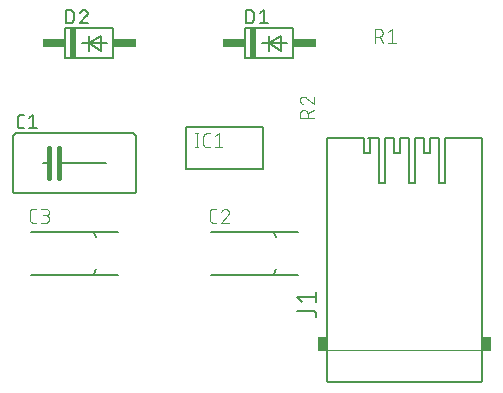
<source format=gbr>
G04 EAGLE Gerber RS-274X export*
G75*
%MOMM*%
%FSLAX34Y34*%
%LPD*%
%INSilkscreen Top*%
%IPPOS*%
%AMOC8*
5,1,8,0,0,1.08239X$1,22.5*%
G01*
%ADD10C,0.152400*%
%ADD11C,0.406400*%
%ADD12C,0.127000*%
%ADD13C,0.203200*%
%ADD14C,0.101600*%
%ADD15R,0.508000X2.540000*%
%ADD16R,1.905000X0.762000*%
%ADD17C,0.050800*%
%ADD18R,0.889000X1.143000*%
%ADD19R,0.762000X1.143000*%


D10*
X138430Y152400D02*
X39370Y152400D01*
X36830Y149860D02*
X36830Y104140D01*
X39370Y101600D02*
X138430Y101600D01*
X140970Y104140D02*
X140970Y149860D01*
X140968Y149960D01*
X140962Y150059D01*
X140952Y150159D01*
X140939Y150257D01*
X140921Y150356D01*
X140900Y150453D01*
X140875Y150549D01*
X140846Y150645D01*
X140813Y150739D01*
X140777Y150832D01*
X140737Y150923D01*
X140693Y151013D01*
X140646Y151101D01*
X140596Y151187D01*
X140542Y151271D01*
X140485Y151353D01*
X140425Y151432D01*
X140361Y151510D01*
X140295Y151584D01*
X140226Y151656D01*
X140154Y151725D01*
X140080Y151791D01*
X140002Y151855D01*
X139923Y151915D01*
X139841Y151972D01*
X139757Y152026D01*
X139671Y152076D01*
X139583Y152123D01*
X139493Y152167D01*
X139402Y152207D01*
X139309Y152243D01*
X139215Y152276D01*
X139119Y152305D01*
X139023Y152330D01*
X138926Y152351D01*
X138827Y152369D01*
X138729Y152382D01*
X138629Y152392D01*
X138530Y152398D01*
X138430Y152400D01*
X140970Y104140D02*
X140968Y104040D01*
X140962Y103941D01*
X140952Y103841D01*
X140939Y103743D01*
X140921Y103644D01*
X140900Y103547D01*
X140875Y103451D01*
X140846Y103355D01*
X140813Y103261D01*
X140777Y103168D01*
X140737Y103077D01*
X140693Y102987D01*
X140646Y102899D01*
X140596Y102813D01*
X140542Y102729D01*
X140485Y102647D01*
X140425Y102568D01*
X140361Y102490D01*
X140295Y102416D01*
X140226Y102344D01*
X140154Y102275D01*
X140080Y102209D01*
X140002Y102145D01*
X139923Y102085D01*
X139841Y102028D01*
X139757Y101974D01*
X139671Y101924D01*
X139583Y101877D01*
X139493Y101833D01*
X139402Y101793D01*
X139309Y101757D01*
X139215Y101724D01*
X139119Y101695D01*
X139023Y101670D01*
X138926Y101649D01*
X138827Y101631D01*
X138729Y101618D01*
X138629Y101608D01*
X138530Y101602D01*
X138430Y101600D01*
X39370Y101600D02*
X39270Y101602D01*
X39171Y101608D01*
X39071Y101618D01*
X38973Y101631D01*
X38874Y101649D01*
X38777Y101670D01*
X38681Y101695D01*
X38585Y101724D01*
X38491Y101757D01*
X38398Y101793D01*
X38307Y101833D01*
X38217Y101877D01*
X38129Y101924D01*
X38043Y101974D01*
X37959Y102028D01*
X37877Y102085D01*
X37798Y102145D01*
X37720Y102209D01*
X37646Y102275D01*
X37574Y102344D01*
X37505Y102416D01*
X37439Y102490D01*
X37375Y102568D01*
X37315Y102647D01*
X37258Y102729D01*
X37204Y102813D01*
X37154Y102899D01*
X37107Y102987D01*
X37063Y103077D01*
X37023Y103168D01*
X36987Y103261D01*
X36954Y103355D01*
X36925Y103451D01*
X36900Y103547D01*
X36879Y103644D01*
X36861Y103743D01*
X36848Y103841D01*
X36838Y103941D01*
X36832Y104040D01*
X36830Y104140D01*
X36830Y149860D02*
X36832Y149960D01*
X36838Y150059D01*
X36848Y150159D01*
X36861Y150257D01*
X36879Y150356D01*
X36900Y150453D01*
X36925Y150549D01*
X36954Y150645D01*
X36987Y150739D01*
X37023Y150832D01*
X37063Y150923D01*
X37107Y151013D01*
X37154Y151101D01*
X37204Y151187D01*
X37258Y151271D01*
X37315Y151353D01*
X37375Y151432D01*
X37439Y151510D01*
X37505Y151584D01*
X37574Y151656D01*
X37646Y151725D01*
X37720Y151791D01*
X37798Y151855D01*
X37877Y151915D01*
X37959Y151972D01*
X38043Y152026D01*
X38129Y152076D01*
X38217Y152123D01*
X38307Y152167D01*
X38398Y152207D01*
X38491Y152243D01*
X38585Y152276D01*
X38681Y152305D01*
X38777Y152330D01*
X38874Y152351D01*
X38973Y152369D01*
X39071Y152382D01*
X39171Y152392D01*
X39270Y152398D01*
X39370Y152400D01*
X76200Y127000D02*
X115570Y127000D01*
X67310Y127000D02*
X62230Y127000D01*
D11*
X67310Y127000D02*
X67310Y139700D01*
X67310Y127000D02*
X67310Y114300D01*
X76200Y127000D02*
X76200Y139700D01*
X76200Y127000D02*
X76200Y114300D01*
D12*
X46355Y156845D02*
X43815Y156845D01*
X43715Y156847D01*
X43616Y156853D01*
X43516Y156863D01*
X43418Y156876D01*
X43319Y156894D01*
X43222Y156915D01*
X43126Y156940D01*
X43030Y156969D01*
X42936Y157002D01*
X42843Y157038D01*
X42752Y157078D01*
X42662Y157122D01*
X42574Y157169D01*
X42488Y157219D01*
X42404Y157273D01*
X42322Y157330D01*
X42243Y157390D01*
X42165Y157454D01*
X42091Y157520D01*
X42019Y157589D01*
X41950Y157661D01*
X41884Y157735D01*
X41820Y157813D01*
X41760Y157892D01*
X41703Y157974D01*
X41649Y158058D01*
X41599Y158144D01*
X41552Y158232D01*
X41508Y158322D01*
X41468Y158413D01*
X41432Y158506D01*
X41399Y158600D01*
X41370Y158696D01*
X41345Y158792D01*
X41324Y158889D01*
X41306Y158988D01*
X41293Y159086D01*
X41283Y159186D01*
X41277Y159285D01*
X41275Y159385D01*
X41275Y165735D01*
X41277Y165835D01*
X41283Y165934D01*
X41293Y166034D01*
X41306Y166132D01*
X41324Y166231D01*
X41345Y166328D01*
X41370Y166424D01*
X41399Y166520D01*
X41432Y166614D01*
X41468Y166707D01*
X41508Y166798D01*
X41552Y166888D01*
X41599Y166976D01*
X41649Y167062D01*
X41703Y167146D01*
X41760Y167228D01*
X41820Y167307D01*
X41884Y167385D01*
X41950Y167459D01*
X42019Y167531D01*
X42091Y167600D01*
X42165Y167666D01*
X42243Y167730D01*
X42322Y167790D01*
X42404Y167847D01*
X42488Y167901D01*
X42574Y167951D01*
X42662Y167998D01*
X42752Y168042D01*
X42843Y168082D01*
X42936Y168118D01*
X43030Y168151D01*
X43126Y168180D01*
X43222Y168205D01*
X43319Y168226D01*
X43418Y168244D01*
X43516Y168257D01*
X43616Y168267D01*
X43715Y168273D01*
X43815Y168275D01*
X46355Y168275D01*
X50837Y165735D02*
X54012Y168275D01*
X54012Y156845D01*
X50837Y156845D02*
X57187Y156845D01*
D13*
X204800Y69300D02*
X277800Y69300D01*
X277800Y32300D02*
X204800Y32300D01*
X258300Y33300D02*
X259300Y37300D01*
X259300Y64300D02*
X258300Y68300D01*
D14*
X208901Y76708D02*
X206304Y76708D01*
X206205Y76710D01*
X206105Y76716D01*
X206006Y76725D01*
X205908Y76738D01*
X205810Y76755D01*
X205712Y76776D01*
X205616Y76801D01*
X205521Y76829D01*
X205427Y76861D01*
X205334Y76896D01*
X205242Y76935D01*
X205152Y76978D01*
X205064Y77023D01*
X204977Y77073D01*
X204893Y77125D01*
X204810Y77181D01*
X204730Y77239D01*
X204652Y77301D01*
X204577Y77366D01*
X204504Y77434D01*
X204434Y77504D01*
X204366Y77577D01*
X204301Y77652D01*
X204239Y77730D01*
X204181Y77810D01*
X204125Y77893D01*
X204073Y77977D01*
X204023Y78064D01*
X203978Y78152D01*
X203935Y78242D01*
X203896Y78334D01*
X203861Y78427D01*
X203829Y78521D01*
X203801Y78616D01*
X203776Y78712D01*
X203755Y78810D01*
X203738Y78908D01*
X203725Y79006D01*
X203716Y79105D01*
X203710Y79205D01*
X203708Y79304D01*
X203708Y85796D01*
X203710Y85895D01*
X203716Y85995D01*
X203725Y86094D01*
X203738Y86192D01*
X203755Y86290D01*
X203776Y86388D01*
X203801Y86484D01*
X203829Y86579D01*
X203861Y86673D01*
X203896Y86766D01*
X203935Y86858D01*
X203978Y86948D01*
X204023Y87036D01*
X204073Y87123D01*
X204125Y87207D01*
X204181Y87290D01*
X204239Y87370D01*
X204301Y87448D01*
X204366Y87523D01*
X204434Y87596D01*
X204504Y87666D01*
X204577Y87734D01*
X204652Y87799D01*
X204730Y87861D01*
X204810Y87919D01*
X204893Y87975D01*
X204977Y88027D01*
X205064Y88077D01*
X205152Y88122D01*
X205242Y88165D01*
X205334Y88204D01*
X205426Y88239D01*
X205521Y88271D01*
X205616Y88299D01*
X205712Y88324D01*
X205810Y88345D01*
X205908Y88362D01*
X206006Y88375D01*
X206105Y88384D01*
X206205Y88390D01*
X206304Y88392D01*
X208901Y88392D01*
X216836Y88392D02*
X216943Y88390D01*
X217049Y88384D01*
X217155Y88374D01*
X217261Y88361D01*
X217367Y88343D01*
X217471Y88322D01*
X217575Y88297D01*
X217678Y88268D01*
X217779Y88236D01*
X217879Y88199D01*
X217978Y88159D01*
X218076Y88116D01*
X218172Y88069D01*
X218266Y88018D01*
X218358Y87964D01*
X218448Y87907D01*
X218536Y87847D01*
X218621Y87783D01*
X218704Y87716D01*
X218785Y87646D01*
X218863Y87574D01*
X218939Y87498D01*
X219011Y87420D01*
X219081Y87339D01*
X219148Y87256D01*
X219212Y87171D01*
X219272Y87083D01*
X219329Y86993D01*
X219383Y86901D01*
X219434Y86807D01*
X219481Y86711D01*
X219524Y86613D01*
X219564Y86514D01*
X219601Y86414D01*
X219633Y86313D01*
X219662Y86210D01*
X219687Y86106D01*
X219708Y86002D01*
X219726Y85896D01*
X219739Y85790D01*
X219749Y85684D01*
X219755Y85578D01*
X219757Y85471D01*
X216836Y88392D02*
X216715Y88390D01*
X216594Y88384D01*
X216474Y88374D01*
X216353Y88361D01*
X216234Y88343D01*
X216114Y88322D01*
X215996Y88297D01*
X215879Y88268D01*
X215762Y88235D01*
X215647Y88199D01*
X215533Y88158D01*
X215420Y88115D01*
X215308Y88067D01*
X215199Y88016D01*
X215091Y87961D01*
X214984Y87903D01*
X214880Y87842D01*
X214778Y87777D01*
X214678Y87709D01*
X214580Y87638D01*
X214484Y87564D01*
X214391Y87487D01*
X214301Y87406D01*
X214213Y87323D01*
X214128Y87237D01*
X214045Y87148D01*
X213966Y87057D01*
X213889Y86963D01*
X213816Y86867D01*
X213746Y86769D01*
X213679Y86668D01*
X213615Y86565D01*
X213555Y86460D01*
X213498Y86353D01*
X213444Y86245D01*
X213394Y86135D01*
X213348Y86023D01*
X213305Y85910D01*
X213266Y85795D01*
X218784Y83199D02*
X218863Y83276D01*
X218939Y83357D01*
X219012Y83440D01*
X219082Y83525D01*
X219149Y83613D01*
X219213Y83703D01*
X219273Y83795D01*
X219330Y83890D01*
X219384Y83986D01*
X219435Y84084D01*
X219482Y84184D01*
X219526Y84286D01*
X219566Y84389D01*
X219602Y84493D01*
X219634Y84599D01*
X219663Y84705D01*
X219688Y84813D01*
X219710Y84921D01*
X219727Y85031D01*
X219741Y85140D01*
X219750Y85250D01*
X219756Y85361D01*
X219758Y85471D01*
X218784Y83199D02*
X213266Y76708D01*
X219757Y76708D01*
D13*
X125400Y69300D02*
X52400Y69300D01*
X52400Y32300D02*
X125400Y32300D01*
X106900Y37300D02*
X105900Y33300D01*
X106900Y64300D02*
X105900Y68300D01*
D14*
X56501Y76708D02*
X53904Y76708D01*
X53805Y76710D01*
X53705Y76716D01*
X53606Y76725D01*
X53508Y76738D01*
X53410Y76755D01*
X53312Y76776D01*
X53216Y76801D01*
X53121Y76829D01*
X53027Y76861D01*
X52934Y76896D01*
X52842Y76935D01*
X52752Y76978D01*
X52664Y77023D01*
X52577Y77073D01*
X52493Y77125D01*
X52410Y77181D01*
X52330Y77239D01*
X52252Y77301D01*
X52177Y77366D01*
X52104Y77434D01*
X52034Y77504D01*
X51966Y77577D01*
X51901Y77652D01*
X51839Y77730D01*
X51781Y77810D01*
X51725Y77893D01*
X51673Y77977D01*
X51623Y78064D01*
X51578Y78152D01*
X51535Y78242D01*
X51496Y78334D01*
X51461Y78427D01*
X51429Y78521D01*
X51401Y78616D01*
X51376Y78712D01*
X51355Y78810D01*
X51338Y78908D01*
X51325Y79006D01*
X51316Y79105D01*
X51310Y79205D01*
X51308Y79304D01*
X51308Y85796D01*
X51310Y85895D01*
X51316Y85995D01*
X51325Y86094D01*
X51338Y86192D01*
X51355Y86290D01*
X51376Y86388D01*
X51401Y86484D01*
X51429Y86579D01*
X51461Y86673D01*
X51496Y86766D01*
X51535Y86858D01*
X51578Y86948D01*
X51623Y87036D01*
X51673Y87123D01*
X51725Y87207D01*
X51781Y87290D01*
X51839Y87370D01*
X51901Y87448D01*
X51966Y87523D01*
X52034Y87596D01*
X52104Y87666D01*
X52177Y87734D01*
X52252Y87799D01*
X52330Y87861D01*
X52410Y87919D01*
X52493Y87975D01*
X52577Y88027D01*
X52664Y88077D01*
X52752Y88122D01*
X52842Y88165D01*
X52934Y88204D01*
X53026Y88239D01*
X53121Y88271D01*
X53216Y88299D01*
X53312Y88324D01*
X53410Y88345D01*
X53508Y88362D01*
X53606Y88375D01*
X53705Y88384D01*
X53805Y88390D01*
X53904Y88392D01*
X56501Y88392D01*
X60866Y76708D02*
X64112Y76708D01*
X64225Y76710D01*
X64338Y76716D01*
X64451Y76726D01*
X64564Y76740D01*
X64676Y76757D01*
X64787Y76779D01*
X64897Y76804D01*
X65007Y76834D01*
X65115Y76867D01*
X65222Y76904D01*
X65328Y76944D01*
X65432Y76989D01*
X65535Y77037D01*
X65636Y77088D01*
X65735Y77143D01*
X65832Y77201D01*
X65927Y77263D01*
X66020Y77328D01*
X66110Y77396D01*
X66198Y77467D01*
X66284Y77542D01*
X66367Y77619D01*
X66447Y77699D01*
X66524Y77782D01*
X66599Y77868D01*
X66670Y77956D01*
X66738Y78046D01*
X66803Y78139D01*
X66865Y78234D01*
X66923Y78331D01*
X66978Y78430D01*
X67029Y78531D01*
X67077Y78634D01*
X67122Y78738D01*
X67162Y78844D01*
X67199Y78951D01*
X67232Y79059D01*
X67262Y79169D01*
X67287Y79279D01*
X67309Y79390D01*
X67326Y79502D01*
X67340Y79615D01*
X67350Y79728D01*
X67356Y79841D01*
X67358Y79954D01*
X67356Y80067D01*
X67350Y80180D01*
X67340Y80293D01*
X67326Y80406D01*
X67309Y80518D01*
X67287Y80629D01*
X67262Y80739D01*
X67232Y80849D01*
X67199Y80957D01*
X67162Y81064D01*
X67122Y81170D01*
X67077Y81274D01*
X67029Y81377D01*
X66978Y81478D01*
X66923Y81577D01*
X66865Y81674D01*
X66803Y81769D01*
X66738Y81862D01*
X66670Y81952D01*
X66599Y82040D01*
X66524Y82126D01*
X66447Y82209D01*
X66367Y82289D01*
X66284Y82366D01*
X66198Y82441D01*
X66110Y82512D01*
X66020Y82580D01*
X65927Y82645D01*
X65832Y82707D01*
X65735Y82765D01*
X65636Y82820D01*
X65535Y82871D01*
X65432Y82919D01*
X65328Y82964D01*
X65222Y83004D01*
X65115Y83041D01*
X65007Y83074D01*
X64897Y83104D01*
X64787Y83129D01*
X64676Y83151D01*
X64564Y83168D01*
X64451Y83182D01*
X64338Y83192D01*
X64225Y83198D01*
X64112Y83200D01*
X64761Y88392D02*
X60866Y88392D01*
X64761Y88392D02*
X64862Y88390D01*
X64962Y88384D01*
X65062Y88374D01*
X65162Y88361D01*
X65261Y88343D01*
X65360Y88322D01*
X65457Y88297D01*
X65554Y88268D01*
X65649Y88235D01*
X65743Y88199D01*
X65835Y88159D01*
X65926Y88116D01*
X66015Y88069D01*
X66102Y88019D01*
X66188Y87965D01*
X66271Y87908D01*
X66351Y87848D01*
X66430Y87785D01*
X66506Y87718D01*
X66579Y87649D01*
X66649Y87577D01*
X66717Y87503D01*
X66782Y87426D01*
X66843Y87346D01*
X66902Y87264D01*
X66957Y87180D01*
X67009Y87094D01*
X67058Y87006D01*
X67103Y86916D01*
X67145Y86824D01*
X67183Y86731D01*
X67217Y86636D01*
X67248Y86541D01*
X67275Y86444D01*
X67298Y86346D01*
X67318Y86247D01*
X67333Y86147D01*
X67345Y86047D01*
X67353Y85947D01*
X67357Y85846D01*
X67357Y85746D01*
X67353Y85645D01*
X67345Y85545D01*
X67333Y85445D01*
X67318Y85345D01*
X67298Y85246D01*
X67275Y85148D01*
X67248Y85051D01*
X67217Y84956D01*
X67183Y84861D01*
X67145Y84768D01*
X67103Y84676D01*
X67058Y84586D01*
X67009Y84498D01*
X66957Y84412D01*
X66902Y84328D01*
X66843Y84246D01*
X66782Y84166D01*
X66717Y84089D01*
X66649Y84015D01*
X66579Y83943D01*
X66506Y83874D01*
X66430Y83807D01*
X66351Y83744D01*
X66271Y83684D01*
X66188Y83627D01*
X66102Y83573D01*
X66015Y83523D01*
X65926Y83476D01*
X65835Y83433D01*
X65743Y83393D01*
X65649Y83357D01*
X65554Y83324D01*
X65457Y83295D01*
X65360Y83270D01*
X65261Y83249D01*
X65162Y83231D01*
X65062Y83218D01*
X64962Y83208D01*
X64862Y83202D01*
X64761Y83200D01*
X64761Y83199D02*
X62164Y83199D01*
D10*
X233680Y215900D02*
X274320Y215900D01*
X274320Y241300D01*
X233680Y241300D01*
X233680Y215900D01*
X247650Y228600D02*
X254000Y228600D01*
X264160Y234950D02*
X264160Y222250D01*
X254000Y228600D01*
X269240Y228600D01*
X264160Y234950D02*
X254000Y228600D01*
X254000Y234950D01*
X254000Y228600D02*
X254000Y222250D01*
D15*
X240030Y228600D03*
D16*
X283845Y228600D03*
X224155Y228600D03*
D12*
X234315Y245745D02*
X234315Y257175D01*
X237490Y257175D01*
X237601Y257173D01*
X237711Y257167D01*
X237822Y257158D01*
X237932Y257144D01*
X238041Y257127D01*
X238150Y257106D01*
X238258Y257081D01*
X238365Y257052D01*
X238471Y257020D01*
X238576Y256984D01*
X238679Y256944D01*
X238781Y256901D01*
X238882Y256854D01*
X238981Y256803D01*
X239078Y256750D01*
X239172Y256693D01*
X239265Y256632D01*
X239356Y256569D01*
X239445Y256502D01*
X239531Y256432D01*
X239614Y256359D01*
X239696Y256284D01*
X239774Y256206D01*
X239849Y256124D01*
X239922Y256041D01*
X239992Y255955D01*
X240059Y255866D01*
X240122Y255775D01*
X240183Y255682D01*
X240240Y255588D01*
X240293Y255491D01*
X240344Y255392D01*
X240391Y255291D01*
X240434Y255189D01*
X240474Y255086D01*
X240510Y254981D01*
X240542Y254875D01*
X240571Y254768D01*
X240596Y254660D01*
X240617Y254551D01*
X240634Y254442D01*
X240648Y254332D01*
X240657Y254221D01*
X240663Y254111D01*
X240665Y254000D01*
X240665Y248920D01*
X240663Y248809D01*
X240657Y248699D01*
X240648Y248588D01*
X240634Y248478D01*
X240617Y248369D01*
X240596Y248260D01*
X240571Y248152D01*
X240542Y248045D01*
X240510Y247939D01*
X240474Y247834D01*
X240434Y247731D01*
X240391Y247629D01*
X240344Y247528D01*
X240293Y247429D01*
X240240Y247332D01*
X240183Y247238D01*
X240122Y247145D01*
X240059Y247054D01*
X239992Y246965D01*
X239922Y246879D01*
X239849Y246796D01*
X239774Y246714D01*
X239696Y246636D01*
X239614Y246561D01*
X239531Y246488D01*
X239445Y246418D01*
X239356Y246351D01*
X239265Y246288D01*
X239172Y246227D01*
X239077Y246170D01*
X238981Y246117D01*
X238882Y246066D01*
X238781Y246019D01*
X238679Y245976D01*
X238576Y245936D01*
X238471Y245900D01*
X238365Y245868D01*
X238258Y245839D01*
X238150Y245814D01*
X238041Y245793D01*
X237932Y245776D01*
X237822Y245762D01*
X237711Y245753D01*
X237601Y245747D01*
X237490Y245745D01*
X234315Y245745D01*
X246126Y254635D02*
X249301Y257175D01*
X249301Y245745D01*
X246126Y245745D02*
X252476Y245745D01*
D10*
X121920Y215900D02*
X81280Y215900D01*
X121920Y215900D02*
X121920Y241300D01*
X81280Y241300D01*
X81280Y215900D01*
X95250Y228600D02*
X101600Y228600D01*
X111760Y234950D02*
X111760Y222250D01*
X101600Y228600D01*
X116840Y228600D01*
X111760Y234950D02*
X101600Y228600D01*
X101600Y234950D01*
X101600Y228600D02*
X101600Y222250D01*
D15*
X87630Y228600D03*
D16*
X131445Y228600D03*
X71755Y228600D03*
D12*
X81915Y245745D02*
X81915Y257175D01*
X85090Y257175D01*
X85201Y257173D01*
X85311Y257167D01*
X85422Y257158D01*
X85532Y257144D01*
X85641Y257127D01*
X85750Y257106D01*
X85858Y257081D01*
X85965Y257052D01*
X86071Y257020D01*
X86176Y256984D01*
X86279Y256944D01*
X86381Y256901D01*
X86482Y256854D01*
X86581Y256803D01*
X86678Y256750D01*
X86772Y256693D01*
X86865Y256632D01*
X86956Y256569D01*
X87045Y256502D01*
X87131Y256432D01*
X87214Y256359D01*
X87296Y256284D01*
X87374Y256206D01*
X87449Y256124D01*
X87522Y256041D01*
X87592Y255955D01*
X87659Y255866D01*
X87722Y255775D01*
X87783Y255682D01*
X87840Y255588D01*
X87893Y255491D01*
X87944Y255392D01*
X87991Y255291D01*
X88034Y255189D01*
X88074Y255086D01*
X88110Y254981D01*
X88142Y254875D01*
X88171Y254768D01*
X88196Y254660D01*
X88217Y254551D01*
X88234Y254442D01*
X88248Y254332D01*
X88257Y254221D01*
X88263Y254111D01*
X88265Y254000D01*
X88265Y248920D01*
X88263Y248809D01*
X88257Y248699D01*
X88248Y248588D01*
X88234Y248478D01*
X88217Y248369D01*
X88196Y248260D01*
X88171Y248152D01*
X88142Y248045D01*
X88110Y247939D01*
X88074Y247834D01*
X88034Y247731D01*
X87991Y247629D01*
X87944Y247528D01*
X87893Y247429D01*
X87840Y247332D01*
X87783Y247238D01*
X87722Y247145D01*
X87659Y247054D01*
X87592Y246965D01*
X87522Y246879D01*
X87449Y246796D01*
X87374Y246714D01*
X87296Y246636D01*
X87214Y246561D01*
X87131Y246488D01*
X87045Y246418D01*
X86956Y246351D01*
X86865Y246288D01*
X86772Y246227D01*
X86677Y246170D01*
X86581Y246117D01*
X86482Y246066D01*
X86381Y246019D01*
X86279Y245976D01*
X86176Y245936D01*
X86071Y245900D01*
X85965Y245868D01*
X85858Y245839D01*
X85750Y245814D01*
X85641Y245793D01*
X85532Y245776D01*
X85422Y245762D01*
X85311Y245753D01*
X85201Y245747D01*
X85090Y245745D01*
X81915Y245745D01*
X97219Y257176D02*
X97323Y257174D01*
X97428Y257168D01*
X97532Y257159D01*
X97635Y257146D01*
X97738Y257128D01*
X97840Y257108D01*
X97942Y257083D01*
X98042Y257055D01*
X98142Y257023D01*
X98240Y256987D01*
X98337Y256948D01*
X98432Y256906D01*
X98526Y256860D01*
X98618Y256810D01*
X98708Y256758D01*
X98796Y256702D01*
X98882Y256642D01*
X98966Y256580D01*
X99047Y256515D01*
X99126Y256447D01*
X99203Y256375D01*
X99276Y256302D01*
X99348Y256225D01*
X99416Y256146D01*
X99481Y256065D01*
X99543Y255981D01*
X99603Y255895D01*
X99659Y255807D01*
X99711Y255717D01*
X99761Y255625D01*
X99807Y255531D01*
X99849Y255436D01*
X99888Y255339D01*
X99924Y255241D01*
X99956Y255141D01*
X99984Y255041D01*
X100009Y254939D01*
X100029Y254837D01*
X100047Y254734D01*
X100060Y254631D01*
X100069Y254527D01*
X100075Y254422D01*
X100077Y254318D01*
X97219Y257175D02*
X97101Y257173D01*
X96982Y257167D01*
X96864Y257158D01*
X96747Y257145D01*
X96630Y257127D01*
X96513Y257107D01*
X96397Y257082D01*
X96282Y257054D01*
X96169Y257021D01*
X96056Y256986D01*
X95944Y256946D01*
X95834Y256904D01*
X95725Y256857D01*
X95617Y256807D01*
X95512Y256754D01*
X95408Y256697D01*
X95306Y256637D01*
X95206Y256574D01*
X95108Y256507D01*
X95012Y256438D01*
X94919Y256365D01*
X94828Y256289D01*
X94739Y256211D01*
X94653Y256129D01*
X94570Y256045D01*
X94489Y255959D01*
X94412Y255869D01*
X94337Y255778D01*
X94265Y255684D01*
X94196Y255587D01*
X94131Y255489D01*
X94068Y255388D01*
X94009Y255285D01*
X93953Y255181D01*
X93901Y255075D01*
X93852Y254967D01*
X93807Y254858D01*
X93765Y254747D01*
X93727Y254635D01*
X99124Y252096D02*
X99200Y252171D01*
X99275Y252250D01*
X99346Y252331D01*
X99415Y252415D01*
X99480Y252501D01*
X99542Y252589D01*
X99602Y252679D01*
X99658Y252771D01*
X99711Y252866D01*
X99760Y252962D01*
X99806Y253060D01*
X99849Y253159D01*
X99888Y253260D01*
X99923Y253362D01*
X99955Y253465D01*
X99983Y253569D01*
X100008Y253674D01*
X100029Y253781D01*
X100046Y253887D01*
X100059Y253994D01*
X100068Y254102D01*
X100074Y254210D01*
X100076Y254318D01*
X99124Y252095D02*
X93726Y245745D01*
X100076Y245745D01*
D13*
X248670Y157480D02*
X248670Y121920D01*
X183130Y121920D01*
X183130Y157480D01*
X248670Y157480D01*
D14*
X192306Y152400D02*
X192306Y140716D01*
X191008Y140716D02*
X193604Y140716D01*
X193604Y152400D02*
X191008Y152400D01*
X200768Y140716D02*
X203364Y140716D01*
X200768Y140716D02*
X200669Y140718D01*
X200569Y140724D01*
X200470Y140733D01*
X200372Y140746D01*
X200274Y140763D01*
X200176Y140784D01*
X200080Y140809D01*
X199985Y140837D01*
X199891Y140869D01*
X199798Y140904D01*
X199706Y140943D01*
X199616Y140986D01*
X199528Y141031D01*
X199441Y141081D01*
X199357Y141133D01*
X199274Y141189D01*
X199194Y141247D01*
X199116Y141309D01*
X199041Y141374D01*
X198968Y141442D01*
X198898Y141512D01*
X198830Y141585D01*
X198765Y141660D01*
X198703Y141738D01*
X198645Y141818D01*
X198589Y141901D01*
X198537Y141985D01*
X198487Y142072D01*
X198442Y142160D01*
X198399Y142250D01*
X198360Y142342D01*
X198325Y142435D01*
X198293Y142529D01*
X198265Y142624D01*
X198240Y142720D01*
X198219Y142818D01*
X198202Y142916D01*
X198189Y143014D01*
X198180Y143113D01*
X198174Y143213D01*
X198172Y143312D01*
X198171Y143312D02*
X198171Y149804D01*
X198172Y149804D02*
X198174Y149903D01*
X198180Y150003D01*
X198189Y150102D01*
X198202Y150200D01*
X198219Y150298D01*
X198240Y150396D01*
X198265Y150492D01*
X198293Y150587D01*
X198325Y150681D01*
X198360Y150774D01*
X198399Y150866D01*
X198442Y150956D01*
X198487Y151044D01*
X198537Y151131D01*
X198589Y151215D01*
X198645Y151298D01*
X198703Y151378D01*
X198765Y151456D01*
X198830Y151531D01*
X198898Y151604D01*
X198968Y151674D01*
X199041Y151742D01*
X199116Y151807D01*
X199194Y151869D01*
X199274Y151927D01*
X199357Y151983D01*
X199441Y152035D01*
X199528Y152085D01*
X199616Y152130D01*
X199706Y152173D01*
X199798Y152212D01*
X199890Y152247D01*
X199985Y152279D01*
X200080Y152307D01*
X200176Y152332D01*
X200274Y152353D01*
X200372Y152370D01*
X200470Y152383D01*
X200569Y152392D01*
X200669Y152398D01*
X200768Y152400D01*
X203364Y152400D01*
X207730Y149804D02*
X210975Y152400D01*
X210975Y140716D01*
X207730Y140716D02*
X214221Y140716D01*
X343408Y229108D02*
X343408Y240792D01*
X346654Y240792D01*
X346767Y240790D01*
X346880Y240784D01*
X346993Y240774D01*
X347106Y240760D01*
X347218Y240743D01*
X347329Y240721D01*
X347439Y240696D01*
X347549Y240666D01*
X347657Y240633D01*
X347764Y240596D01*
X347870Y240556D01*
X347974Y240511D01*
X348077Y240463D01*
X348178Y240412D01*
X348277Y240357D01*
X348374Y240299D01*
X348469Y240237D01*
X348562Y240172D01*
X348652Y240104D01*
X348740Y240033D01*
X348826Y239958D01*
X348909Y239881D01*
X348989Y239801D01*
X349066Y239718D01*
X349141Y239632D01*
X349212Y239544D01*
X349280Y239454D01*
X349345Y239361D01*
X349407Y239266D01*
X349465Y239169D01*
X349520Y239070D01*
X349571Y238969D01*
X349619Y238866D01*
X349664Y238762D01*
X349704Y238656D01*
X349741Y238549D01*
X349774Y238441D01*
X349804Y238331D01*
X349829Y238221D01*
X349851Y238110D01*
X349868Y237998D01*
X349882Y237885D01*
X349892Y237772D01*
X349898Y237659D01*
X349900Y237546D01*
X349898Y237433D01*
X349892Y237320D01*
X349882Y237207D01*
X349868Y237094D01*
X349851Y236982D01*
X349829Y236871D01*
X349804Y236761D01*
X349774Y236651D01*
X349741Y236543D01*
X349704Y236436D01*
X349664Y236330D01*
X349619Y236226D01*
X349571Y236123D01*
X349520Y236022D01*
X349465Y235923D01*
X349407Y235826D01*
X349345Y235731D01*
X349280Y235638D01*
X349212Y235548D01*
X349141Y235460D01*
X349066Y235374D01*
X348989Y235291D01*
X348909Y235211D01*
X348826Y235134D01*
X348740Y235059D01*
X348652Y234988D01*
X348562Y234920D01*
X348469Y234855D01*
X348374Y234793D01*
X348277Y234735D01*
X348178Y234680D01*
X348077Y234629D01*
X347974Y234581D01*
X347870Y234536D01*
X347764Y234496D01*
X347657Y234459D01*
X347549Y234426D01*
X347439Y234396D01*
X347329Y234371D01*
X347218Y234349D01*
X347106Y234332D01*
X346993Y234318D01*
X346880Y234308D01*
X346767Y234302D01*
X346654Y234300D01*
X346654Y234301D02*
X343408Y234301D01*
X347303Y234301D02*
X349899Y229108D01*
X354764Y238196D02*
X358010Y240792D01*
X358010Y229108D01*
X361255Y229108D02*
X354764Y229108D01*
X291592Y165608D02*
X279908Y165608D01*
X279908Y168854D01*
X279910Y168967D01*
X279916Y169080D01*
X279926Y169193D01*
X279940Y169306D01*
X279957Y169418D01*
X279979Y169529D01*
X280004Y169639D01*
X280034Y169749D01*
X280067Y169857D01*
X280104Y169964D01*
X280144Y170070D01*
X280189Y170174D01*
X280237Y170277D01*
X280288Y170378D01*
X280343Y170477D01*
X280401Y170574D01*
X280463Y170669D01*
X280528Y170762D01*
X280596Y170852D01*
X280667Y170940D01*
X280742Y171026D01*
X280819Y171109D01*
X280899Y171189D01*
X280982Y171266D01*
X281068Y171341D01*
X281156Y171412D01*
X281246Y171480D01*
X281339Y171545D01*
X281434Y171607D01*
X281531Y171665D01*
X281630Y171720D01*
X281731Y171771D01*
X281834Y171819D01*
X281938Y171864D01*
X282044Y171904D01*
X282151Y171941D01*
X282259Y171974D01*
X282369Y172004D01*
X282479Y172029D01*
X282590Y172051D01*
X282702Y172068D01*
X282815Y172082D01*
X282928Y172092D01*
X283041Y172098D01*
X283154Y172100D01*
X283267Y172098D01*
X283380Y172092D01*
X283493Y172082D01*
X283606Y172068D01*
X283718Y172051D01*
X283829Y172029D01*
X283939Y172004D01*
X284049Y171974D01*
X284157Y171941D01*
X284264Y171904D01*
X284370Y171864D01*
X284474Y171819D01*
X284577Y171771D01*
X284678Y171720D01*
X284777Y171665D01*
X284874Y171607D01*
X284969Y171545D01*
X285062Y171480D01*
X285152Y171412D01*
X285240Y171341D01*
X285326Y171266D01*
X285409Y171189D01*
X285489Y171109D01*
X285566Y171026D01*
X285641Y170940D01*
X285712Y170852D01*
X285780Y170762D01*
X285845Y170669D01*
X285907Y170574D01*
X285965Y170477D01*
X286020Y170378D01*
X286071Y170277D01*
X286119Y170174D01*
X286164Y170070D01*
X286204Y169964D01*
X286241Y169857D01*
X286274Y169749D01*
X286304Y169639D01*
X286329Y169529D01*
X286351Y169418D01*
X286368Y169306D01*
X286382Y169193D01*
X286392Y169080D01*
X286398Y168967D01*
X286400Y168854D01*
X286399Y168854D02*
X286399Y165608D01*
X286399Y169503D02*
X291592Y172099D01*
X282829Y183455D02*
X282722Y183453D01*
X282616Y183447D01*
X282510Y183437D01*
X282404Y183424D01*
X282298Y183406D01*
X282194Y183385D01*
X282090Y183360D01*
X281987Y183331D01*
X281886Y183299D01*
X281786Y183262D01*
X281687Y183222D01*
X281589Y183179D01*
X281493Y183132D01*
X281399Y183081D01*
X281307Y183027D01*
X281217Y182970D01*
X281129Y182910D01*
X281044Y182846D01*
X280961Y182779D01*
X280880Y182709D01*
X280802Y182637D01*
X280726Y182561D01*
X280654Y182483D01*
X280584Y182402D01*
X280517Y182319D01*
X280453Y182234D01*
X280393Y182146D01*
X280336Y182056D01*
X280282Y181964D01*
X280231Y181870D01*
X280184Y181774D01*
X280141Y181676D01*
X280101Y181577D01*
X280064Y181477D01*
X280032Y181376D01*
X280003Y181273D01*
X279978Y181169D01*
X279957Y181065D01*
X279939Y180959D01*
X279926Y180853D01*
X279916Y180747D01*
X279910Y180641D01*
X279908Y180534D01*
X279910Y180413D01*
X279916Y180292D01*
X279926Y180172D01*
X279939Y180051D01*
X279957Y179932D01*
X279978Y179812D01*
X280003Y179694D01*
X280032Y179577D01*
X280065Y179460D01*
X280101Y179345D01*
X280142Y179231D01*
X280185Y179118D01*
X280233Y179006D01*
X280284Y178897D01*
X280339Y178789D01*
X280397Y178682D01*
X280458Y178578D01*
X280523Y178476D01*
X280591Y178376D01*
X280662Y178278D01*
X280736Y178182D01*
X280813Y178089D01*
X280894Y177999D01*
X280977Y177911D01*
X281063Y177826D01*
X281152Y177743D01*
X281243Y177664D01*
X281337Y177587D01*
X281433Y177514D01*
X281531Y177444D01*
X281632Y177377D01*
X281735Y177313D01*
X281840Y177253D01*
X281947Y177195D01*
X282055Y177142D01*
X282165Y177092D01*
X282277Y177046D01*
X282390Y177003D01*
X282505Y176964D01*
X285101Y182481D02*
X285023Y182560D01*
X284943Y182636D01*
X284860Y182709D01*
X284774Y182779D01*
X284687Y182846D01*
X284596Y182910D01*
X284504Y182970D01*
X284410Y183028D01*
X284313Y183082D01*
X284215Y183132D01*
X284115Y183179D01*
X284014Y183223D01*
X283911Y183263D01*
X283806Y183299D01*
X283701Y183331D01*
X283594Y183360D01*
X283487Y183385D01*
X283378Y183407D01*
X283269Y183424D01*
X283160Y183438D01*
X283050Y183447D01*
X282939Y183453D01*
X282829Y183455D01*
X285101Y182482D02*
X291592Y176964D01*
X291592Y183455D01*
D13*
X433920Y148540D02*
X433920Y-57280D01*
X302680Y-57280D02*
X302680Y148540D01*
X334010Y148590D01*
X337820Y148540D02*
X346710Y148540D01*
X351790Y148590D02*
X359410Y148590D01*
X364490Y148590D02*
X372110Y148590D01*
X377190Y148590D02*
X384810Y148590D01*
X389890Y148540D02*
X397510Y148539D01*
X402590Y148590D02*
X433920Y148540D01*
X351790Y110490D02*
X346710Y110490D01*
X359410Y135890D02*
X364490Y135890D01*
X372110Y110490D02*
X377190Y110490D01*
X346710Y148540D02*
X346710Y148590D01*
X346710Y148540D02*
X346710Y110490D01*
X359410Y135890D02*
X359410Y148590D01*
X351790Y148590D02*
X351790Y110490D01*
X372110Y110490D02*
X372110Y148590D01*
X364490Y148590D02*
X364490Y135890D01*
X384810Y135890D02*
X384810Y148590D01*
X377190Y148590D02*
X377190Y110490D01*
X384810Y135890D02*
X389890Y135890D01*
D17*
X433705Y-31115D02*
X302895Y-31115D01*
D13*
X389890Y148540D02*
X389890Y148590D01*
X389890Y148540D02*
X389890Y135890D01*
X433070Y-58420D02*
X303530Y-58420D01*
X334010Y135890D02*
X339090Y135890D01*
X334010Y135890D02*
X334010Y148590D01*
X339090Y148590D02*
X339090Y135890D01*
X397510Y110490D02*
X402590Y110490D01*
X397510Y110490D02*
X397510Y148591D01*
X402590Y148590D02*
X402590Y110490D01*
D18*
X437515Y-26035D03*
D19*
X298450Y-26035D03*
D10*
X290266Y2371D02*
X277622Y2371D01*
X290266Y2370D02*
X290384Y2368D01*
X290502Y2362D01*
X290620Y2353D01*
X290737Y2339D01*
X290854Y2322D01*
X290971Y2301D01*
X291086Y2276D01*
X291201Y2247D01*
X291315Y2214D01*
X291427Y2178D01*
X291538Y2138D01*
X291648Y2095D01*
X291757Y2048D01*
X291864Y1998D01*
X291969Y1943D01*
X292072Y1886D01*
X292173Y1825D01*
X292273Y1761D01*
X292370Y1694D01*
X292465Y1624D01*
X292557Y1550D01*
X292648Y1474D01*
X292735Y1394D01*
X292820Y1312D01*
X292902Y1227D01*
X292982Y1140D01*
X293058Y1049D01*
X293132Y957D01*
X293202Y862D01*
X293269Y765D01*
X293333Y665D01*
X293394Y564D01*
X293451Y461D01*
X293506Y356D01*
X293556Y249D01*
X293603Y140D01*
X293646Y30D01*
X293686Y-81D01*
X293722Y-193D01*
X293755Y-307D01*
X293784Y-422D01*
X293809Y-537D01*
X293830Y-654D01*
X293847Y-771D01*
X293861Y-888D01*
X293870Y-1006D01*
X293876Y-1124D01*
X293878Y-1242D01*
X293878Y-3048D01*
X281234Y9438D02*
X277622Y13953D01*
X293878Y13953D01*
X293878Y9438D02*
X293878Y18469D01*
M02*

</source>
